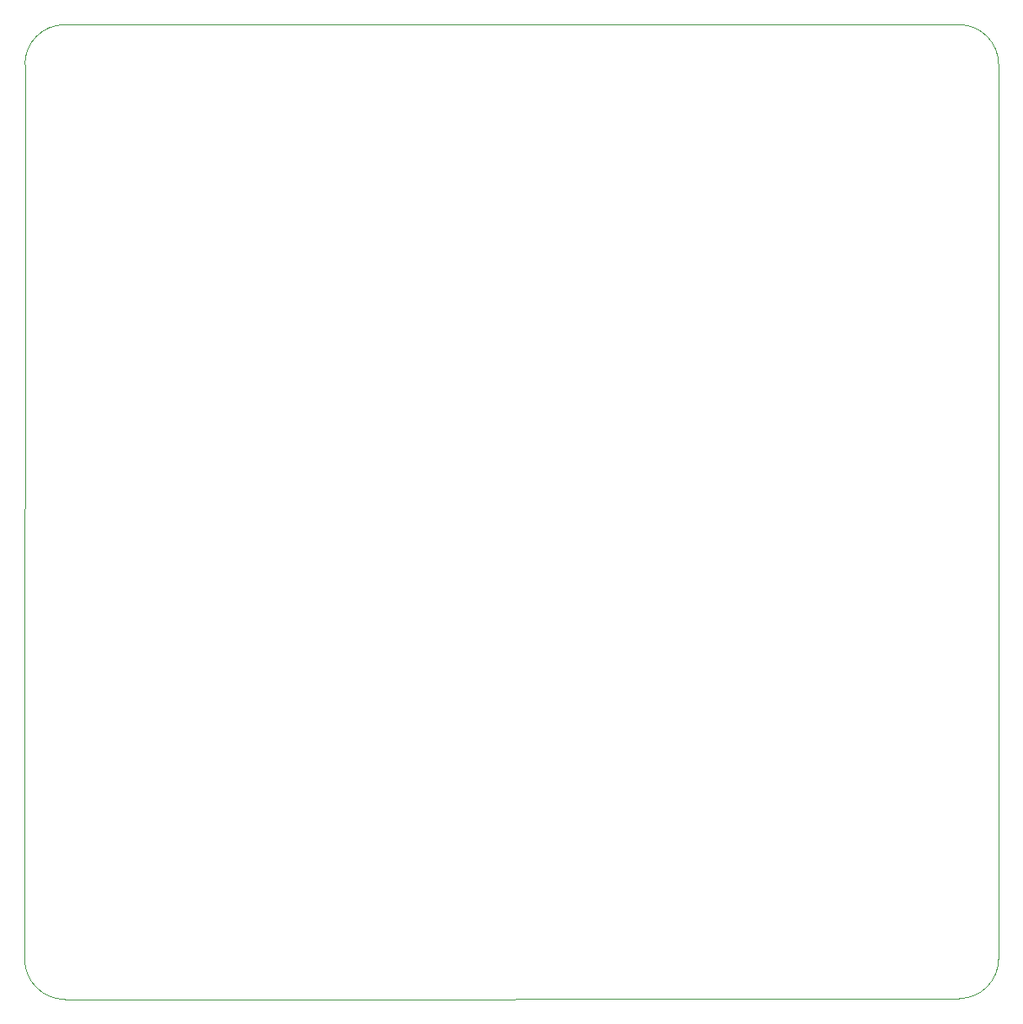
<source format=gm1>
%TF.GenerationSoftware,KiCad,Pcbnew,7.0.2*%
%TF.CreationDate,2024-08-11T10:44:14+09:00*%
%TF.ProjectId,sensor_v3,73656e73-6f72-45f7-9633-2e6b69636164,rev?*%
%TF.SameCoordinates,Original*%
%TF.FileFunction,Profile,NP*%
%FSLAX46Y46*%
G04 Gerber Fmt 4.6, Leading zero omitted, Abs format (unit mm)*
G04 Created by KiCad (PCBNEW 7.0.2) date 2024-08-11 10:44:14*
%MOMM*%
%LPD*%
G01*
G04 APERTURE LIST*
%TA.AperFunction,Profile*%
%ADD10C,0.050000*%
%TD*%
G04 APERTURE END LIST*
D10*
X218000000Y-126000000D02*
X218000000Y-36000000D01*
X214000000Y-32000000D02*
X124000000Y-32000000D01*
X124038000Y-130082000D02*
X214000000Y-130000000D01*
X214000000Y-130000000D02*
G75*
G03*
X218000000Y-126000000I0J4000000D01*
G01*
X218000000Y-36000000D02*
G75*
G03*
X214000000Y-32000000I-4000000J0D01*
G01*
X124000000Y-32000000D02*
G75*
G03*
X120000000Y-36000000I0J-4000000D01*
G01*
X120000000Y-36000000D02*
X119974000Y-126018000D01*
X119974000Y-126018000D02*
G75*
G03*
X124038000Y-130082000I4064000J0D01*
G01*
M02*

</source>
